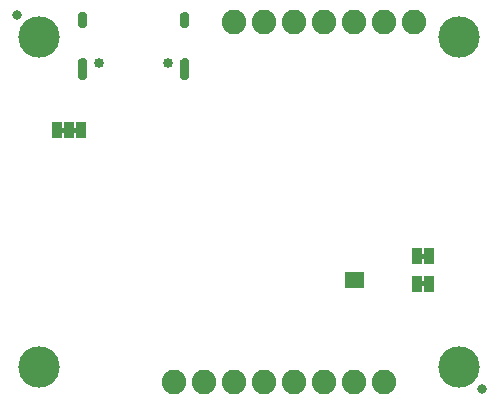
<source format=gbs>
G75*
%MOIN*%
%OFA0B0*%
%FSLAX25Y25*%
%IPPOS*%
%LPD*%
%AMOC8*
5,1,8,0,0,1.08239X$1,22.5*
%
%ADD10C,0.13800*%
%ADD11R,0.03300X0.05800*%
%ADD12C,0.00500*%
%ADD13C,0.03300*%
%ADD14C,0.08200*%
%ADD15C,0.03359*%
%ADD16C,0.00600*%
D10*
X0163333Y0085000D03*
X0303333Y0085000D03*
X0303333Y0194900D03*
X0163333Y0194900D03*
D11*
X0169333Y0163900D03*
X0173333Y0163900D03*
X0177333Y0163900D03*
X0266733Y0113900D03*
X0269933Y0113900D03*
X0289333Y0112800D03*
X0293333Y0112800D03*
X0293333Y0121900D03*
X0289333Y0121900D03*
D12*
X0290583Y0121860D02*
X0292083Y0121860D01*
X0292083Y0121400D02*
X0292083Y0122400D01*
X0290583Y0122400D01*
X0290583Y0121400D01*
X0292083Y0121400D01*
X0292083Y0122359D02*
X0290583Y0122359D01*
X0290583Y0113300D02*
X0290583Y0112300D01*
X0292083Y0112300D01*
X0292083Y0113300D01*
X0290583Y0113300D01*
X0290583Y0112887D02*
X0292083Y0112887D01*
X0292083Y0112388D02*
X0290583Y0112388D01*
X0176083Y0163400D02*
X0176083Y0164400D01*
X0170583Y0164400D01*
X0170583Y0163400D01*
X0176083Y0163400D01*
X0176083Y0163735D02*
X0170583Y0163735D01*
X0170583Y0164234D02*
X0176083Y0164234D01*
D13*
X0155833Y0202400D03*
X0310833Y0077500D03*
D14*
X0278333Y0080000D03*
X0268333Y0080000D03*
X0258333Y0080000D03*
X0248333Y0080000D03*
X0238333Y0080000D03*
X0228333Y0080000D03*
X0218333Y0080000D03*
X0208333Y0080000D03*
X0228333Y0199900D03*
X0238333Y0199900D03*
X0248333Y0199900D03*
X0258333Y0199900D03*
X0268333Y0199900D03*
X0278333Y0199900D03*
X0288333Y0199900D03*
D15*
X0206111Y0186389D03*
X0183355Y0186389D03*
D16*
X0178907Y0186323D02*
X0176544Y0186323D01*
X0176544Y0186468D02*
X0176544Y0182137D01*
X0176579Y0181854D01*
X0176680Y0181588D01*
X0176841Y0181354D01*
X0177055Y0181165D01*
X0177307Y0181033D01*
X0177583Y0180965D01*
X0177868Y0180965D01*
X0178144Y0181033D01*
X0178396Y0181165D01*
X0178610Y0181354D01*
X0178771Y0181588D01*
X0178872Y0181854D01*
X0178907Y0182137D01*
X0178907Y0186468D01*
X0178872Y0186750D01*
X0178771Y0187017D01*
X0178610Y0187251D01*
X0178396Y0187440D01*
X0178144Y0187572D01*
X0177868Y0187640D01*
X0177583Y0187640D01*
X0177307Y0187572D01*
X0177055Y0187440D01*
X0176841Y0187251D01*
X0176680Y0187017D01*
X0176579Y0186750D01*
X0176544Y0186468D01*
X0176644Y0186922D02*
X0178807Y0186922D01*
X0178243Y0187520D02*
X0177208Y0187520D01*
X0176544Y0185725D02*
X0178907Y0185725D01*
X0178907Y0185126D02*
X0176544Y0185126D01*
X0176544Y0184528D02*
X0178907Y0184528D01*
X0178907Y0183929D02*
X0176544Y0183929D01*
X0176544Y0183331D02*
X0178907Y0183331D01*
X0178907Y0182732D02*
X0176544Y0182732D01*
X0176545Y0182134D02*
X0178906Y0182134D01*
X0178735Y0181535D02*
X0176716Y0181535D01*
X0177583Y0198346D02*
X0177868Y0198346D01*
X0178144Y0198415D01*
X0178396Y0198547D01*
X0178610Y0198736D01*
X0178771Y0198970D01*
X0178872Y0199236D01*
X0178907Y0199519D01*
X0178907Y0201960D01*
X0178872Y0202242D01*
X0178771Y0202509D01*
X0178610Y0202743D01*
X0178396Y0202932D01*
X0178144Y0203064D01*
X0177868Y0203132D01*
X0177583Y0203132D01*
X0177307Y0203064D01*
X0177055Y0202932D01*
X0176841Y0202743D01*
X0176680Y0202509D01*
X0176579Y0202242D01*
X0176544Y0201960D01*
X0176544Y0199519D01*
X0176579Y0199236D01*
X0176680Y0198970D01*
X0176841Y0198736D01*
X0177055Y0198547D01*
X0177307Y0198415D01*
X0177583Y0198346D01*
X0176734Y0198892D02*
X0178717Y0198892D01*
X0178903Y0199490D02*
X0176548Y0199490D01*
X0176544Y0200089D02*
X0178907Y0200089D01*
X0178907Y0200687D02*
X0176544Y0200687D01*
X0176544Y0201286D02*
X0178907Y0201286D01*
X0178907Y0201884D02*
X0176544Y0201884D01*
X0176670Y0202483D02*
X0178781Y0202483D01*
X0178074Y0203081D02*
X0177377Y0203081D01*
X0210560Y0201960D02*
X0210560Y0199519D01*
X0210594Y0199236D01*
X0210695Y0198970D01*
X0210857Y0198736D01*
X0211070Y0198547D01*
X0211322Y0198415D01*
X0211599Y0198346D01*
X0211884Y0198346D01*
X0212160Y0198415D01*
X0212412Y0198547D01*
X0212625Y0198736D01*
X0212787Y0198970D01*
X0212888Y0199236D01*
X0212922Y0199519D01*
X0212922Y0201960D01*
X0212888Y0202242D01*
X0212787Y0202509D01*
X0212625Y0202743D01*
X0212412Y0202932D01*
X0212160Y0203064D01*
X0211884Y0203132D01*
X0211599Y0203132D01*
X0211322Y0203064D01*
X0211070Y0202932D01*
X0210857Y0202743D01*
X0210695Y0202509D01*
X0210594Y0202242D01*
X0210560Y0201960D01*
X0210560Y0201884D02*
X0212922Y0201884D01*
X0212922Y0201286D02*
X0210560Y0201286D01*
X0210560Y0200687D02*
X0212922Y0200687D01*
X0212922Y0200089D02*
X0210560Y0200089D01*
X0210564Y0199490D02*
X0212919Y0199490D01*
X0212733Y0198892D02*
X0210749Y0198892D01*
X0210686Y0202483D02*
X0212797Y0202483D01*
X0212090Y0203081D02*
X0211392Y0203081D01*
X0211599Y0187640D02*
X0211884Y0187640D01*
X0212160Y0187572D01*
X0212412Y0187440D01*
X0212625Y0187251D01*
X0212787Y0187017D01*
X0212888Y0186750D01*
X0212922Y0186468D01*
X0212922Y0182137D01*
X0212888Y0181854D01*
X0212787Y0181588D01*
X0212625Y0181354D01*
X0212412Y0181165D01*
X0212160Y0181033D01*
X0211884Y0180965D01*
X0211599Y0180965D01*
X0211322Y0181033D01*
X0211070Y0181165D01*
X0210857Y0181354D01*
X0210695Y0181588D01*
X0210594Y0181854D01*
X0210560Y0182137D01*
X0210560Y0186468D01*
X0210594Y0186750D01*
X0210695Y0187017D01*
X0210857Y0187251D01*
X0211070Y0187440D01*
X0211322Y0187572D01*
X0211599Y0187640D01*
X0211223Y0187520D02*
X0212259Y0187520D01*
X0212823Y0186922D02*
X0210659Y0186922D01*
X0210560Y0186323D02*
X0212922Y0186323D01*
X0212922Y0185725D02*
X0210560Y0185725D01*
X0210560Y0185126D02*
X0212922Y0185126D01*
X0212922Y0184528D02*
X0210560Y0184528D01*
X0210560Y0183929D02*
X0212922Y0183929D01*
X0212922Y0183331D02*
X0210560Y0183331D01*
X0210560Y0182732D02*
X0212922Y0182732D01*
X0212922Y0182134D02*
X0210561Y0182134D01*
X0210732Y0181535D02*
X0212750Y0181535D01*
M02*

</source>
